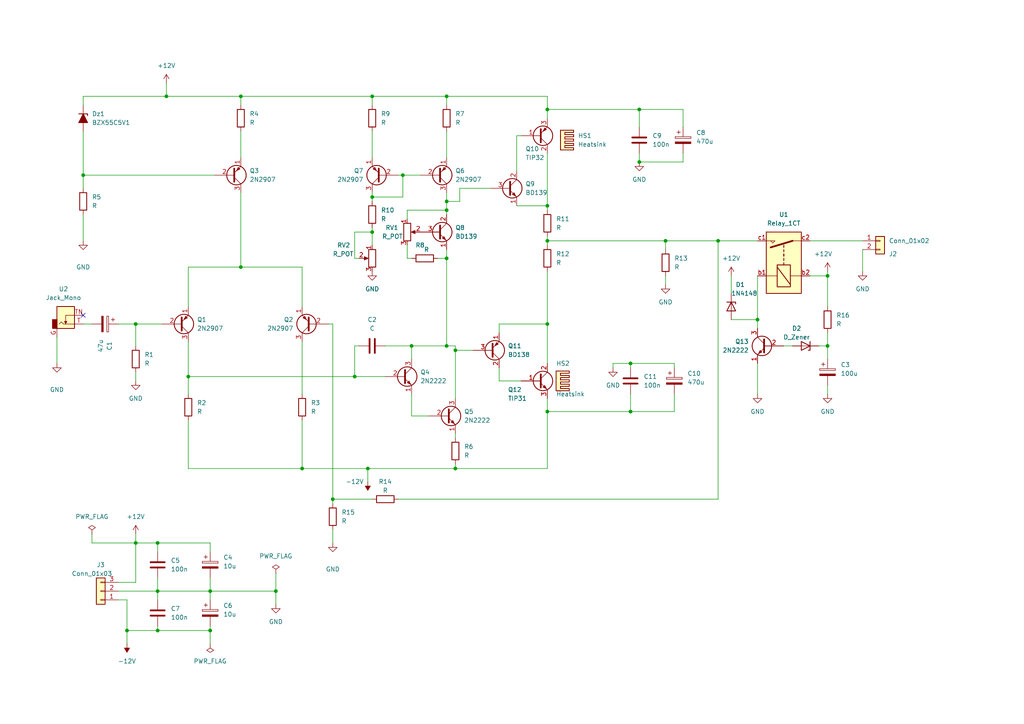
<source format=kicad_sch>
(kicad_sch (version 20211123) (generator eeschema)
  (paper "A4")
  (lib_symbols
    (symbol "CmpAmpliAudioTR:Jack_Mono" (pin_names (offset 1.016))
      (property "Reference" "U" (at 1.27 5.08 0))
      (property "Value" "Jack_Mono" (at 1.27 -8.89 0))
      (symbol "Jack_Mono_0_1"
        (polyline (pts (xy 2.54 0) (xy 0 0) (xy 0 -2.54)))
        (polyline (pts (xy 0 -2.413) (xy 0.381 -1.778) (xy -0.381 -1.778) (xy 0 -2.413)) (fill (type outline)))
        (polyline (pts (xy 2.54 -2.54) (xy -0.635 -2.54) (xy -1.27 -1.905) (xy -1.905 -2.54)))
      )
      (symbol "Jack_Mono_1_1"
        (rectangle (start -2.54 -3.81) (end -3.81 -1.27) (stroke (width 0.254)) (fill (type outline)))
        (rectangle (start 2.54 2.54) (end -2.54 -3.81) (stroke (width 0.254)) (fill (type background)))
        (pin passive line (at -2.54 -6.35 90) (length 2.54) (name "~") (number "G"))
        (pin passive line (at 5.08 -2.54 180) (length 2.54) (name "~") (number "T"))
        (pin passive line (at 5.08 0 180) (length 2.54) (name "~") (number "TN"))
      )
    )
    (symbol "CmpAmpliAudioTR:Relay_1CT" (pin_names (offset 1.016))
      (property "Reference" "U" (at -2.54 10.16 0))
      (property "Value" "Relay_1CT" (at 0 -11.43 0))
      (symbol "Relay_1CT_1_0"
        (polyline (pts (xy 5.08 3.81) (xy 5.08 5.08)))
        (polyline (pts (xy 5.08 3.81) (xy 5.08 2.54) (xy 4.445 3.175) (xy 5.08 3.81)))
      )
      (symbol "Relay_1CT_1_1"
        (rectangle (start -10.16 5.08) (end 7.62 -5.08) (stroke (width 0.254)) (fill (type background)))
        (rectangle (start -8.255 1.905) (end -1.905 -1.905) (stroke (width 0.254)))
        (polyline (pts (xy -7.62 -1.905) (xy -2.54 1.905)) (stroke (width 0.254)))
        (polyline (pts (xy -5.08 -5.08) (xy -5.08 -1.905)))
        (polyline (pts (xy -5.08 5.08) (xy -5.08 1.905)))
        (polyline (pts (xy -1.905 0) (xy -1.27 0)) (stroke (width 0.254)))
        (polyline (pts (xy -0.635 0) (xy 0 0)) (stroke (width 0.254)))
        (polyline (pts (xy 0.635 0) (xy 1.27 0)) (stroke (width 0.254)))
        (polyline (pts (xy 0.635 0) (xy 1.27 0)) (stroke (width 0.254)))
        (polyline (pts (xy 1.905 0) (xy 2.54 0)) (stroke (width 0.254)))
        (polyline (pts (xy 3.175 0) (xy 3.81 0)) (stroke (width 0.254)))
        (polyline (pts (xy 5.08 -2.54) (xy 3.175 3.81)) (stroke (width 0.508)))
        (polyline (pts (xy 5.08 -2.54) (xy 5.08 -5.08)))
        (pin passive line (at -5.08 7.62 270) (length 2.54) (name "~") (number "b1"))
        (pin passive line (at -5.08 -7.62 90) (length 2.54) (name "~") (number "b2"))
        (pin passive line (at 5.08 7.62 270) (length 2.54) (name "~") (number "c1"))
        (pin passive line (at 5.08 -7.62 90) (length 2.54) (name "~") (number "c2"))
      )
    )
    (symbol "Connector_Generic:Conn_01x02" (pin_names (offset 1.016) hide)
      (property "Reference" "J" (at 0 2.54 0))
      (property "Value" "Conn_01x02" (at 0 -5.08 0))
      (symbol "Conn_01x02_1_1"
        (rectangle (start -1.27 -2.413) (end 0 -2.667) (stroke (width 0.1524)))
        (rectangle (start -1.27 0.127) (end 0 -0.127) (stroke (width 0.1524)))
        (rectangle (start -1.27 1.27) (end 1.27 -3.81) (stroke (width 0.254)) (fill (type background)))
        (pin passive line (at -5.08 0 0) (length 3.81) (name "Pin_1") (number "1"))
        (pin passive line (at -5.08 -2.54 0) (length 3.81) (name "Pin_2") (number "2"))
      )
    )
    (symbol "Connector_Generic:Conn_01x03" (pin_names (offset 1.016) hide)
      (property "Reference" "J" (at 0 5.08 0))
      (property "Value" "Conn_01x03" (at 0 -5.08 0))
      (symbol "Conn_01x03_1_1"
        (rectangle (start -1.27 -2.413) (end 0 -2.667) (stroke (width 0.1524)))
        (rectangle (start -1.27 0.127) (end 0 -0.127) (stroke (width 0.1524)))
        (rectangle (start -1.27 2.667) (end 0 2.413) (stroke (width 0.1524)))
        (rectangle (start -1.27 3.81) (end 1.27 -3.81) (stroke (width 0.254)) (fill (type background)))
        (pin passive line (at -5.08 2.54 0) (length 3.81) (name "Pin_1") (number "1"))
        (pin passive line (at -5.08 0 0) (length 3.81) (name "Pin_2") (number "2"))
        (pin passive line (at -5.08 -2.54 0) (length 3.81) (name "Pin_3") (number "3"))
      )
    )
    (symbol "Device:C" (pin_numbers hide) (pin_names (offset 0.254))
      (property "Reference" "C" (at 0.635 2.54 0))
      (property "Value" "C" (at 0.635 -2.54 0))
      (symbol "C_0_1"
        (polyline (pts (xy -2.032 -0.762) (xy 2.032 -0.762)) (stroke (width 0.508)))
        (polyline (pts (xy -2.032 0.762) (xy 2.032 0.762)) (stroke (width 0.508)))
      )
      (symbol "C_1_1"
        (pin passive line (at 0 3.81 270) (length 2.794) (name "~") (number "1"))
        (pin passive line (at 0 -3.81 90) (length 2.794) (name "~") (number "2"))
      )
    )
    (symbol "Device:C_Polarized" (pin_numbers hide) (pin_names (offset 0.254))
      (property "Reference" "C" (at 0.635 2.54 0))
      (property "Value" "C_Polarized" (at 0.635 -2.54 0))
      (symbol "C_Polarized_0_1"
        (rectangle (start -2.286 0.508) (end 2.286 1.016))
        (polyline (pts (xy -1.778 2.286) (xy -0.762 2.286)))
        (polyline (pts (xy -1.27 2.794) (xy -1.27 1.778)))
        (rectangle (start 2.286 -0.508) (end -2.286 -1.016) (fill (type outline)))
      )
      (symbol "C_Polarized_1_1"
        (pin passive line (at 0 3.81 270) (length 2.794) (name "~") (number "1"))
        (pin passive line (at 0 -3.81 90) (length 2.794) (name "~") (number "2"))
      )
    )
    (symbol "Device:D_Zener" (pin_numbers hide) (pin_names (offset 1.016) hide)
      (property "Reference" "D" (at 0 2.54 0))
      (property "Value" "D_Zener" (at 0 -2.54 0))
      (symbol "D_Zener_0_1"
        (polyline (pts (xy 1.27 0) (xy -1.27 0)))
        (polyline (pts (xy -1.27 -1.27) (xy -1.27 1.27) (xy -0.762 1.27)) (stroke (width 0.254)))
        (polyline (pts (xy 1.27 -1.27) (xy 1.27 1.27) (xy -1.27 0) (xy 1.27 -1.27)) (stroke (width 0.254)))
      )
      (symbol "D_Zener_1_1"
        (pin passive line (at -3.81 0 0) (length 2.54) (name "K") (number "1"))
        (pin passive line (at 3.81 0 180) (length 2.54) (name "A") (number "2"))
      )
    )
    (symbol "Device:D_Zener_Filled" (pin_numbers hide) (pin_names (offset 1.016) hide)
      (property "Reference" "D" (at 0 2.54 0))
      (property "Value" "D_Zener_Filled" (at 0 -2.54 0))
      (symbol "D_Zener_Filled_0_1"
        (polyline (pts (xy 1.27 0) (xy -1.27 0)))
        (polyline (pts (xy -1.27 -1.27) (xy -1.27 1.27) (xy -0.762 1.27)) (stroke (width 0.254)))
        (polyline (pts (xy 1.27 -1.27) (xy 1.27 1.27) (xy -1.27 0) (xy 1.27 -1.27)) (stroke (width 0.254)) (fill (type outline)))
      )
      (symbol "D_Zener_Filled_1_1"
        (pin passive line (at -3.81 0 0) (length 2.54) (name "K") (number "1"))
        (pin passive line (at 3.81 0 180) (length 2.54) (name "A") (number "2"))
      )
    )
    (symbol "Device:Q_NPN_BCE" (pin_names (offset 0) hide)
      (property "Reference" "Q" (at 5.08 1.27 0))
      (property "Value" "Q_NPN_BCE" (at 5.08 -1.27 0))
      (symbol "Q_NPN_BCE_0_1"
        (polyline (pts (xy 0.635 0.635) (xy 2.54 2.54)))
        (polyline (pts (xy 0.635 -0.635) (xy 2.54 -2.54) (xy 2.54 -2.54)))
        (polyline (pts (xy 0.635 1.905) (xy 0.635 -1.905) (xy 0.635 -1.905)) (stroke (width 0.508)))
        (polyline (pts (xy 1.27 -1.778) (xy 1.778 -1.27) (xy 2.286 -2.286) (xy 1.27 -1.778) (xy 1.27 -1.778)) (fill (type outline)))
        (circle (center 1.27 0) (radius 2.8194) (stroke (width 0.254)))
      )
      (symbol "Q_NPN_BCE_1_1"
        (pin input line (at -5.08 0 0) (length 5.715) (name "B") (number "1"))
        (pin passive line (at 2.54 5.08 270) (length 2.54) (name "C") (number "2"))
        (pin passive line (at 2.54 -5.08 90) (length 2.54) (name "E") (number "3"))
      )
    )
    (symbol "Device:Q_NPN_EBC" (pin_names (offset 0) hide)
      (property "Reference" "Q" (at 5.08 1.27 0))
      (property "Value" "Q_NPN_EBC" (at 5.08 -1.27 0))
      (symbol "Q_NPN_EBC_0_1"
        (polyline (pts (xy 0.635 0.635) (xy 2.54 2.54)))
        (polyline (pts (xy 0.635 -0.635) (xy 2.54 -2.54) (xy 2.54 -2.54)))
        (polyline (pts (xy 0.635 1.905) (xy 0.635 -1.905) (xy 0.635 -1.905)) (stroke (width 0.508)))
        (polyline (pts (xy 1.27 -1.778) (xy 1.778 -1.27) (xy 2.286 -2.286) (xy 1.27 -1.778) (xy 1.27 -1.778)) (fill (type outline)))
        (circle (center 1.27 0) (radius 2.8194) (stroke (width 0.254)))
      )
      (symbol "Q_NPN_EBC_1_1"
        (pin passive line (at 2.54 -5.08 90) (length 2.54) (name "E") (number "1"))
        (pin passive line (at -5.08 0 0) (length 5.715) (name "B") (number "2"))
        (pin passive line (at 2.54 5.08 270) (length 2.54) (name "C") (number "3"))
      )
    )
    (symbol "Device:Q_NPN_ECB" (pin_names (offset 0) hide)
      (property "Reference" "Q" (at 5.08 1.27 0))
      (property "Value" "Q_NPN_ECB" (at 5.08 -1.27 0))
      (symbol "Q_NPN_ECB_0_1"
        (polyline (pts (xy 0.635 0.635) (xy 2.54 2.54)))
        (polyline (pts (xy 0.635 -0.635) (xy 2.54 -2.54) (xy 2.54 -2.54)))
        (polyline (pts (xy 0.635 1.905) (xy 0.635 -1.905) (xy 0.635 -1.905)) (stroke (width 0.508)))
        (polyline (pts (xy 1.27 -1.778) (xy 1.778 -1.27) (xy 2.286 -2.286) (xy 1.27 -1.778) (xy 1.27 -1.778)) (fill (type outline)))
        (circle (center 1.27 0) (radius 2.8194) (stroke (width 0.254)))
      )
      (symbol "Q_NPN_ECB_1_1"
        (pin passive line (at 2.54 -5.08 90) (length 2.54) (name "E") (number "1"))
        (pin passive line (at 2.54 5.08 270) (length 2.54) (name "C") (number "2"))
        (pin passive line (at -5.08 0 0) (length 5.715) (name "B") (number "3"))
      )
    )
    (symbol "Device:Q_PNP_BCE" (pin_names (offset 0) hide)
      (property "Reference" "Q" (at 5.08 1.27 0))
      (property "Value" "Q_PNP_BCE" (at 5.08 -1.27 0))
      (symbol "Q_PNP_BCE_0_1"
        (polyline (pts (xy 0.635 0.635) (xy 2.54 2.54)))
        (polyline (pts (xy 0.635 -0.635) (xy 2.54 -2.54) (xy 2.54 -2.54)))
        (polyline (pts (xy 0.635 1.905) (xy 0.635 -1.905) (xy 0.635 -1.905)) (stroke (width 0.508)))
        (polyline (pts (xy 2.286 -1.778) (xy 1.778 -2.286) (xy 1.27 -1.27) (xy 2.286 -1.778) (xy 2.286 -1.778)) (fill (type outline)))
        (circle (center 1.27 0) (radius 2.8194) (stroke (width 0.254)))
      )
      (symbol "Q_PNP_BCE_1_1"
        (pin input line (at -5.08 0 0) (length 5.715) (name "B") (number "1"))
        (pin passive line (at 2.54 5.08 270) (length 2.54) (name "C") (number "2"))
        (pin passive line (at 2.54 -5.08 90) (length 2.54) (name "E") (number "3"))
      )
    )
    (symbol "Device:Q_PNP_EBC" (pin_names (offset 0) hide)
      (property "Reference" "Q" (at 5.08 1.27 0))
      (property "Value" "Q_PNP_EBC" (at 5.08 -1.27 0))
      (symbol "Q_PNP_EBC_0_1"
        (polyline (pts (xy 0.635 0.635) (xy 2.54 2.54)))
        (polyline (pts (xy 0.635 -0.635) (xy 2.54 -2.54) (xy 2.54 -2.54)))
        (polyline (pts (xy 0.635 1.905) (xy 0.635 -1.905) (xy 0.635 -1.905)) (stroke (width 0.508)))
        (polyline (pts (xy 2.286 -1.778) (xy 1.778 -2.286) (xy 1.27 -1.27) (xy 2.286 -1.778) (xy 2.286 -1.778)) (fill (type outline)))
        (circle (center 1.27 0) (radius 2.8194) (stroke (width 0.254)))
      )
      (symbol "Q_PNP_EBC_1_1"
        (pin passive line (at 2.54 -5.08 90) (length 2.54) (name "E") (number "1"))
        (pin input line (at -5.08 0 0) (length 5.715) (name "B") (number "2"))
        (pin passive line (at 2.54 5.08 270) (length 2.54) (name "C") (number "3"))
      )
    )
    (symbol "Device:Q_PNP_ECB" (pin_names (offset 0) hide)
      (property "Reference" "Q" (at 5.08 1.27 0))
      (property "Value" "Q_PNP_ECB" (at 5.08 -1.27 0))
      (symbol "Q_PNP_ECB_0_1"
        (polyline (pts (xy 0.635 0.635) (xy 2.54 2.54)))
        (polyline (pts (xy 0.635 -0.635) (xy 2.54 -2.54) (xy 2.54 -2.54)))
        (polyline (pts (xy 0.635 1.905) (xy 0.635 -1.905) (xy 0.635 -1.905)) (stroke (width 0.508)))
        (polyline (pts (xy 2.286 -1.778) (xy 1.778 -2.286) (xy 1.27 -1.27) (xy 2.286 -1.778) (xy 2.286 -1.778)) (fill (type outline)))
        (circle (center 1.27 0) (radius 2.8194) (stroke (width 0.254)))
      )
      (symbol "Q_PNP_ECB_1_1"
        (pin passive line (at 2.54 -5.08 90) (length 2.54) (name "E") (number "1"))
        (pin passive line (at 2.54 5.08 270) (length 2.54) (name "C") (number "2"))
        (pin input line (at -5.08 0 0) (length 5.715) (name "B") (number "3"))
      )
    )
    (symbol "Device:R" (pin_numbers hide) (pin_names (offset 0))
      (property "Reference" "R" (at 2.032 0 90))
      (property "Value" "R" (at 0 0 90))
      (symbol "R_0_1"
        (rectangle (start -1.016 -2.54) (end 1.016 2.54) (stroke (width 0.254)))
      )
      (symbol "R_1_1"
        (pin passive line (at 0 3.81 270) (length 1.27) (name "~") (number "1"))
        (pin passive line (at 0 -3.81 90) (length 1.27) (name "~") (number "2"))
      )
    )
    (symbol "Device:R_Potentiometer" (pin_names (offset 1.016) hide)
      (property "Reference" "RV" (at -4.445 0 90))
      (property "Value" "R_Potentiometer" (at -2.54 0 90))
      (symbol "R_Potentiometer_0_1"
        (polyline (pts (xy 2.54 0) (xy 1.524 0)))
        (polyline (pts (xy 1.143 0) (xy 2.286 0.508) (xy 2.286 -0.508) (xy 1.143 0)) (fill (type outline)))
        (rectangle (start 1.016 2.54) (end -1.016 -2.54) (stroke (width 0.254)))
      )
      (symbol "R_Potentiometer_1_1"
        (pin passive line (at 0 3.81 270) (length 1.27) (name "1") (number "1"))
        (pin passive line (at 3.81 0 180) (length 1.27) (name "2") (number "2"))
        (pin passive line (at 0 -3.81 90) (length 1.27) (name "3") (number "3"))
      )
    )
    (symbol "Mechanical:Heatsink" (pin_names (offset 1.016))
      (property "Reference" "HS" (at 0 5.08 0))
      (property "Value" "Heatsink" (at 0 -1.27 0))
      (symbol "Heatsink_0_1"
        (polyline (pts (xy -0.3302 1.27) (xy -0.9652 1.27) (xy -0.9652 3.81) (xy -1.6002 3.81) (xy -1.6002 1.27) (xy -2.2352 1.27) (xy -2.2352 3.81) (xy -2.8702 3.81) (xy -2.8702 0) (xy -0.9652 0)) (stroke (width 0.254)) (fill (type background)))
        (polyline (pts (xy -0.3302 1.27) (xy -0.3302 3.81) (xy 0.3048 3.81) (xy 0.3048 1.27) (xy 0.9398 1.27) (xy 0.9398 3.81) (xy 1.5748 3.81) (xy 1.5748 1.27) (xy 2.2098 1.27) (xy 2.2098 3.81) (xy 2.8448 3.81) (xy 2.8448 0) (xy -0.9652 0)) (stroke (width 0.254)) (fill (type background)))
      )
    )
    (symbol "power:+12V" (power) (pin_names (offset 0))
      (property "Value" "+12V" (at 0 3.556 0))
      (symbol "+12V_0_1"
        (polyline (pts (xy -0.762 1.27) (xy 0 2.54)))
        (polyline (pts (xy 0 0) (xy 0 2.54)))
        (polyline (pts (xy 0 2.54) (xy 0.762 1.27)))
      )
      (symbol "+12V_1_1"
        (pin power_in line (at 0 0 90) (length 0) hide (name "+12V") (number "1"))
      )
    )
    (symbol "power:-12V" (power) (pin_names (offset 0))
      (property "Value" "-12V" (at 0 3.81 0))
      (symbol "-12V_0_0"
        (pin power_in line (at 0 0 90) (length 0) hide (name "-12V") (number "1"))
      )
      (symbol "-12V_0_1"
        (polyline (pts (xy 0 0) (xy 0 1.27) (xy 0.762 1.27) (xy 0 2.54) (xy -0.762 1.27) (xy 0 1.27)) (fill (type outline)))
      )
    )
    (symbol "power:GND" (power) (pin_names (offset 0))
      (property "Value" "GND" (at 0 -3.81 0))
      (symbol "GND_0_1"
        (polyline (pts (xy 0 0) (xy 0 -1.27) (xy 1.27 -1.27) (xy 0 -2.54) (xy -1.27 -1.27) (xy 0 -1.27)))
      )
      (symbol "GND_1_1"
        (pin power_in line (at 0 0 270) (length 0) hide (name "GND") (number "1"))
      )
    )
    (symbol "power:PWR_FLAG" (power) (pin_numbers hide) (pin_names (offset 0) hide)
      (property "Value" "PWR_FLAG" (at 0 3.81 0))
      (symbol "PWR_FLAG_0_0"
        (pin power_out line (at 0 0 90) (length 0) (name "pwr") (number "1"))
      )
      (symbol "PWR_FLAG_0_1"
        (polyline (pts (xy 0 0) (xy 0 1.27) (xy -1.016 1.905) (xy 0 2.54) (xy 1.016 1.905) (xy 0 1.27)))
      )
    )
  )
  (junction (at 69.85 27.94))
  (junction (at 36.83 182.88))
  (junction (at 185.42 46.99))
  (junction (at 96.52 144.78))
  (junction (at 45.72 182.88))
  (junction (at 54.61 109.22))
  (junction (at 87.63 135.89))
  (junction (at 116.84 50.8))
  (junction (at 129.54 100.33))
  (junction (at 132.08 135.89))
  (junction (at 107.95 57.15))
  (junction (at 102.87 109.22))
  (junction (at 39.37 93.98))
  (junction (at 45.72 171.45))
  (junction (at 107.95 27.94))
  (junction (at 208.28 69.85))
  (junction (at 158.75 31.75))
  (junction (at 129.54 58.42))
  (junction (at 185.42 31.75))
  (junction (at 158.75 119.38))
  (junction (at 129.54 74.93))
  (junction (at 39.37 157.48))
  (junction (at 69.85 77.47))
  (junction (at 182.88 119.38))
  (junction (at 193.04 69.85))
  (junction (at 106.68 135.89))
  (junction (at 60.96 182.88))
  (junction (at 240.03 80.01))
  (junction (at 80.01 171.45))
  (junction (at 240.03 100.33))
  (junction (at 182.88 105.41))
  (junction (at 48.26 27.94))
  (junction (at 129.54 60.96))
  (junction (at 60.96 171.45))
  (junction (at 158.75 93.98))
  (junction (at 45.72 157.48))
  (junction (at 129.54 27.94))
  (junction (at 219.71 92.71))
  (junction (at 24.13 50.8))
  (junction (at 158.75 59.69))
  (junction (at 119.38 100.33))
  (junction (at 132.08 101.6))
  (junction (at 158.75 69.85))
  (junction (at 107.95 67.31))
  (no_connect (at 24.13 91.44))
  (wire (pts (xy 129.54 74.93) (xy 129.54 100.33)))
  (wire (pts (xy 195.58 105.41) (xy 195.58 106.68)))
  (wire (pts (xy 118.11 60.96) (xy 129.54 60.96)))
  (wire (pts (xy 118.11 71.12) (xy 118.11 74.93)))
  (wire (pts (xy 158.75 78.74) (xy 158.75 93.98)))
  (wire (pts (xy 96.52 93.98) (xy 95.25 93.98)))
  (wire (pts (xy 219.71 92.71) (xy 219.71 95.25)))
  (wire (pts (xy 158.75 119.38) (xy 158.75 135.89)))
  (wire (pts (xy 149.86 39.37) (xy 151.13 39.37)))
  (wire (pts (xy 129.54 27.94) (xy 129.54 30.48)))
  (wire (pts (xy 24.13 50.8) (xy 62.23 50.8)))
  (wire (pts (xy 69.85 55.88) (xy 69.85 77.47)))
  (wire (pts (xy 45.72 171.45) (xy 45.72 173.99)))
  (wire (pts (xy 129.54 60.96) (xy 129.54 62.23)))
  (wire (pts (xy 107.95 27.94) (xy 129.54 27.94)))
  (wire (pts (xy 132.08 101.6) (xy 137.16 101.6)))
  (wire (pts (xy 54.61 109.22) (xy 102.87 109.22)))
  (wire (pts (xy 132.08 100.33) (xy 132.08 101.6)))
  (wire (pts (xy 69.85 77.47) (xy 87.63 77.47)))
  (wire (pts (xy 195.58 119.38) (xy 182.88 119.38)))
  (wire (pts (xy 234.95 80.01) (xy 240.03 80.01)))
  (wire (pts (xy 39.37 93.98) (xy 39.37 100.33)))
  (wire (pts (xy 106.68 135.89) (xy 132.08 135.89)))
  (wire (pts (xy 129.54 55.88) (xy 129.54 58.42)))
  (wire (pts (xy 24.13 62.23) (xy 24.13 69.85)))
  (wire (pts (xy 250.19 72.39) (xy 250.19 78.74)))
  (wire (pts (xy 208.28 69.85) (xy 219.71 69.85)))
  (wire (pts (xy 119.38 100.33) (xy 119.38 104.14)))
  (wire (pts (xy 198.12 31.75) (xy 198.12 36.83)))
  (wire (pts (xy 158.75 31.75) (xy 158.75 34.29)))
  (wire (pts (xy 80.01 171.45) (xy 60.96 171.45)))
  (wire (pts (xy 69.85 38.1) (xy 69.85 45.72)))
  (wire (pts (xy 45.72 171.45) (xy 60.96 171.45)))
  (wire (pts (xy 132.08 134.62) (xy 132.08 135.89)))
  (wire (pts (xy 45.72 167.64) (xy 45.72 171.45)))
  (wire (pts (xy 60.96 182.88) (xy 60.96 186.69)))
  (wire (pts (xy 54.61 135.89) (xy 87.63 135.89)))
  (wire (pts (xy 127 74.93) (xy 129.54 74.93)))
  (wire (pts (xy 119.38 114.3) (xy 119.38 120.65)))
  (wire (pts (xy 129.54 38.1) (xy 129.54 45.72)))
  (wire (pts (xy 60.96 157.48) (xy 45.72 157.48)))
  (wire (pts (xy 54.61 121.92) (xy 54.61 135.89)))
  (wire (pts (xy 16.51 97.79) (xy 16.51 105.41)))
  (wire (pts (xy 34.29 173.99) (xy 36.83 173.99)))
  (wire (pts (xy 116.84 57.15) (xy 107.95 57.15)))
  (wire (pts (xy 119.38 100.33) (xy 129.54 100.33)))
  (wire (pts (xy 182.88 105.41) (xy 195.58 105.41)))
  (wire (pts (xy 39.37 157.48) (xy 39.37 168.91)))
  (wire (pts (xy 36.83 182.88) (xy 36.83 186.69)))
  (wire (pts (xy 39.37 154.94) (xy 39.37 157.48)))
  (wire (pts (xy 198.12 44.45) (xy 198.12 46.99)))
  (wire (pts (xy 219.71 105.41) (xy 219.71 114.3)))
  (wire (pts (xy 144.78 110.49) (xy 151.13 110.49)))
  (wire (pts (xy 48.26 24.13) (xy 48.26 27.94)))
  (wire (pts (xy 158.75 115.57) (xy 158.75 119.38)))
  (wire (pts (xy 34.29 93.98) (xy 39.37 93.98)))
  (wire (pts (xy 129.54 27.94) (xy 158.75 27.94)))
  (wire (pts (xy 111.76 100.33) (xy 119.38 100.33)))
  (wire (pts (xy 102.87 109.22) (xy 111.76 109.22)))
  (wire (pts (xy 158.75 135.89) (xy 132.08 135.89)))
  (wire (pts (xy 212.09 80.01) (xy 212.09 85.09)))
  (wire (pts (xy 142.24 54.61) (xy 133.35 54.61)))
  (wire (pts (xy 193.04 69.85) (xy 193.04 72.39)))
  (wire (pts (xy 144.78 106.68) (xy 144.78 110.49)))
  (wire (pts (xy 234.95 69.85) (xy 250.19 69.85)))
  (wire (pts (xy 158.75 68.58) (xy 158.75 69.85)))
  (wire (pts (xy 54.61 99.06) (xy 54.61 109.22)))
  (wire (pts (xy 177.8 105.41) (xy 177.8 106.68)))
  (wire (pts (xy 96.52 153.67) (xy 96.52 157.48)))
  (wire (pts (xy 24.13 93.98) (xy 26.67 93.98)))
  (wire (pts (xy 48.26 27.94) (xy 69.85 27.94)))
  (wire (pts (xy 133.35 58.42) (xy 129.54 58.42)))
  (wire (pts (xy 185.42 31.75) (xy 198.12 31.75)))
  (wire (pts (xy 219.71 80.01) (xy 219.71 92.71)))
  (wire (pts (xy 158.75 59.69) (xy 158.75 60.96)))
  (wire (pts (xy 195.58 114.3) (xy 195.58 119.38)))
  (wire (pts (xy 118.11 74.93) (xy 119.38 74.93)))
  (wire (pts (xy 193.04 69.85) (xy 208.28 69.85)))
  (wire (pts (xy 118.11 63.5) (xy 118.11 60.96)))
  (wire (pts (xy 102.87 100.33) (xy 102.87 109.22)))
  (wire (pts (xy 158.75 31.75) (xy 185.42 31.75)))
  (wire (pts (xy 208.28 69.85) (xy 208.28 144.78)))
  (wire (pts (xy 26.67 154.94) (xy 26.67 157.48)))
  (wire (pts (xy 24.13 38.1) (xy 24.13 50.8)))
  (wire (pts (xy 115.57 50.8) (xy 116.84 50.8)))
  (wire (pts (xy 133.35 54.61) (xy 133.35 58.42)))
  (wire (pts (xy 119.38 120.65) (xy 124.46 120.65)))
  (wire (pts (xy 107.95 55.88) (xy 107.95 57.15)))
  (wire (pts (xy 102.87 67.31) (xy 107.95 67.31)))
  (wire (pts (xy 102.87 74.93) (xy 104.14 74.93)))
  (wire (pts (xy 60.96 171.45) (xy 60.96 173.99)))
  (wire (pts (xy 24.13 50.8) (xy 24.13 54.61)))
  (wire (pts (xy 115.57 144.78) (xy 208.28 144.78)))
  (wire (pts (xy 129.54 74.93) (xy 129.54 72.39)))
  (wire (pts (xy 45.72 181.61) (xy 45.72 182.88)))
  (wire (pts (xy 39.37 107.95) (xy 39.37 110.49)))
  (wire (pts (xy 158.75 93.98) (xy 144.78 93.98)))
  (wire (pts (xy 240.03 111.76) (xy 240.03 114.3)))
  (wire (pts (xy 132.08 101.6) (xy 132.08 115.57)))
  (wire (pts (xy 240.03 78.74) (xy 240.03 80.01)))
  (wire (pts (xy 106.68 135.89) (xy 106.68 139.7)))
  (wire (pts (xy 96.52 146.05) (xy 96.52 144.78)))
  (wire (pts (xy 158.75 93.98) (xy 158.75 105.41)))
  (wire (pts (xy 24.13 27.94) (xy 48.26 27.94)))
  (wire (pts (xy 87.63 135.89) (xy 106.68 135.89)))
  (wire (pts (xy 158.75 59.69) (xy 158.75 44.45)))
  (wire (pts (xy 116.84 50.8) (xy 121.92 50.8)))
  (wire (pts (xy 45.72 160.02) (xy 45.72 157.48)))
  (wire (pts (xy 240.03 80.01) (xy 240.03 88.9)))
  (wire (pts (xy 60.96 181.61) (xy 60.96 182.88)))
  (wire (pts (xy 34.29 171.45) (xy 45.72 171.45)))
  (wire (pts (xy 107.95 66.04) (xy 107.95 67.31)))
  (wire (pts (xy 193.04 80.01) (xy 193.04 82.55)))
  (wire (pts (xy 69.85 27.94) (xy 69.85 30.48)))
  (wire (pts (xy 39.37 93.98) (xy 46.99 93.98)))
  (wire (pts (xy 69.85 27.94) (xy 107.95 27.94)))
  (wire (pts (xy 182.88 106.68) (xy 182.88 105.41)))
  (wire (pts (xy 237.49 100.33) (xy 240.03 100.33)))
  (wire (pts (xy 116.84 50.8) (xy 116.84 57.15)))
  (wire (pts (xy 144.78 93.98) (xy 144.78 96.52)))
  (wire (pts (xy 45.72 182.88) (xy 60.96 182.88)))
  (wire (pts (xy 107.95 38.1) (xy 107.95 45.72)))
  (wire (pts (xy 182.88 119.38) (xy 182.88 114.3)))
  (wire (pts (xy 87.63 77.47) (xy 87.63 88.9)))
  (wire (pts (xy 54.61 77.47) (xy 69.85 77.47)))
  (wire (pts (xy 34.29 168.91) (xy 39.37 168.91)))
  (wire (pts (xy 80.01 166.37) (xy 80.01 171.45)))
  (wire (pts (xy 158.75 31.75) (xy 158.75 27.94)))
  (wire (pts (xy 129.54 58.42) (xy 129.54 60.96)))
  (wire (pts (xy 102.87 100.33) (xy 104.14 100.33)))
  (wire (pts (xy 54.61 77.47) (xy 54.61 88.9)))
  (wire (pts (xy 26.67 157.48) (xy 39.37 157.48)))
  (wire (pts (xy 182.88 105.41) (xy 177.8 105.41)))
  (wire (pts (xy 80.01 171.45) (xy 80.01 175.26)))
  (wire (pts (xy 240.03 96.52) (xy 240.03 100.33)))
  (wire (pts (xy 227.33 100.33) (xy 229.87 100.33)))
  (wire (pts (xy 158.75 119.38) (xy 182.88 119.38)))
  (wire (pts (xy 185.42 44.45) (xy 185.42 46.99)))
  (wire (pts (xy 36.83 182.88) (xy 45.72 182.88)))
  (wire (pts (xy 107.95 57.15) (xy 107.95 58.42)))
  (wire (pts (xy 107.95 67.31) (xy 107.95 71.12)))
  (wire (pts (xy 60.96 160.02) (xy 60.96 157.48)))
  (wire (pts (xy 87.63 121.92) (xy 87.63 135.89)))
  (wire (pts (xy 107.95 27.94) (xy 107.95 30.48)))
  (wire (pts (xy 87.63 99.06) (xy 87.63 114.3)))
  (wire (pts (xy 158.75 69.85) (xy 193.04 69.85)))
  (wire (pts (xy 107.95 144.78) (xy 96.52 144.78)))
  (wire (pts (xy 149.86 49.53) (xy 149.86 39.37)))
  (wire (pts (xy 60.96 167.64) (xy 60.96 171.45)))
  (wire (pts (xy 198.12 46.99) (xy 185.42 46.99)))
  (wire (pts (xy 45.72 157.48) (xy 39.37 157.48)))
  (wire (pts (xy 102.87 67.31) (xy 102.87 74.93)))
  (wire (pts (xy 24.13 30.48) (xy 24.13 27.94)))
  (wire (pts (xy 96.52 144.78) (xy 96.52 93.98)))
  (wire (pts (xy 240.03 100.33) (xy 240.03 104.14)))
  (wire (pts (xy 36.83 173.99) (xy 36.83 182.88)))
  (wire (pts (xy 158.75 69.85) (xy 158.75 71.12)))
  (wire (pts (xy 132.08 125.73) (xy 132.08 127)))
  (wire (pts (xy 185.42 31.75) (xy 185.42 36.83)))
  (wire (pts (xy 54.61 109.22) (xy 54.61 114.3)))
  (wire (pts (xy 129.54 100.33) (xy 132.08 100.33)))
  (wire (pts (xy 212.09 92.71) (xy 219.71 92.71)))
  (wire (pts (xy 149.86 59.69) (xy 158.75 59.69)))
  (symbol (lib_id "Device:R") (at 96.52 149.86 0) (unit 1)
    (property "Reference" "R15" (at 99.06 148.5899 0) (effects (justify left)))
    (property "Value" "R" (at 99.06 151.1299 0) (effects (justify left)))
    (property "Footprint" "Resistor_THT:R_Axial_DIN0207_L6.3mm_D2.5mm_P10.16mm_Horizontal" (effects hide))
  )
  (symbol (lib_id "power:-12V") (at 36.83 186.69 180) (unit 1)
    (property "Reference" "#PWR03" (effects hide))
    (property "Value" "-12V" (at 36.83 191.77 0))
  )
  (symbol (lib_id "power:PWR_FLAG") (at 60.96 186.69 180) (unit 1)
    (property "Reference" "#FLG02" (effects hide))
    (property "Value" "PWR_FLAG" (at 60.96 191.77 0))
  )
  (symbol (lib_id "power:GND") (at 185.42 46.99 0) (unit 1)
    (property "Reference" "#PWR012" (effects hide))
    (property "Value" "GND" (at 185.42 52.07 0))
  )
  (symbol (lib_id "Device:C_Polarized") (at 30.48 93.98 270) (unit 1)
    (property "Reference" "C1" (at 31.75 100.33 0))
    (property "Value" "47u" (at 29.21 100.33 0))
    (property "Footprint" "Capacitor_THT:CP_Radial_D8.0mm_P5.00mm" (effects hide))
  )
  (symbol (lib_id "Device:R") (at 158.75 64.77 0) (unit 1)
    (property "Reference" "R11" (at 161.29 63.5 0) (effects (justify left)))
    (property "Value" "R" (at 161.29 66.04 0) (effects (justify left)))
    (property "Footprint" "Resistor_THT:R_Axial_DIN0516_L15.5mm_D5.0mm_P20.32mm_Horizontal" (effects hide))
  )
  (symbol (lib_id "Device:Q_NPN_EBC") (at 129.54 120.65 0) (unit 1)
    (property "Reference" "Q5" (at 134.62 119.3799 0) (effects (justify left)))
    (property "Value" "2N2222" (at 134.62 121.9199 0) (effects (justify left)))
    (property "Footprint" "Package_TO_SOT_THT:TO-18-3" (effects hide))
  )
  (symbol (lib_id "Mechanical:Heatsink") (at 162.56 40.64 270) (unit 1)
    (property "Reference" "HS1" (at 167.64 39.3572 90) (effects (justify left)))
    (property "Value" "Heatsink" (at 167.64 41.8972 90) (effects (justify left)))
    (property "Footprint" "Heatsink:Heatsink_Fischer_SK104-STC-STIC_35x13mm_2xDrill2.5mm" (effects hide))
  )
  (symbol (lib_id "Device:Q_PNP_EBC") (at 90.17 93.98 180) (unit 1)
    (property "Reference" "Q2" (at 85.09 92.7099 0) (effects (justify left)))
    (property "Value" "2N2907" (at 85.09 95.2499 0) (effects (justify left)))
    (property "Footprint" "Package_TO_SOT_THT:TO-18-3" (effects hide))
  )
  (symbol (lib_id "Device:R") (at 240.03 92.71 0) (unit 1)
    (property "Reference" "R16" (at 242.57 91.44 0) (effects (justify left)))
    (property "Value" "R" (at 242.57 93.98 0) (effects (justify left)))
    (property "Footprint" "Resistor_THT:R_Axial_DIN0207_L6.3mm_D2.5mm_P10.16mm_Horizontal" (effects hide))
  )
  (symbol (lib_id "power:GND") (at 24.13 69.85 0) (unit 1)
    (property "Reference" "#PWR02" (effects hide))
    (property "Value" "GND" (at 24.13 77.47 0))
  )
  (symbol (lib_id "Device:R") (at 54.61 118.11 0) (unit 1)
    (property "Reference" "R2" (at 57.15 116.84 0) (effects (justify left)))
    (property "Value" "R" (at 57.15 119.38 0) (effects (justify left)))
    (property "Footprint" "Resistor_THT:R_Axial_DIN0207_L6.3mm_D2.5mm_P10.16mm_Horizontal" (effects hide))
  )
  (symbol (lib_id "power:GND") (at 39.37 110.49 0) (unit 1)
    (property "Reference" "#PWR04" (effects hide))
    (property "Value" "GND" (at 39.37 115.57 0))
  )
  (symbol (lib_id "power:GND") (at 240.03 114.3 0) (unit 1)
    (property "Reference" "#PWR017" (effects hide))
    (property "Value" "GND" (at 240.03 119.38 0))
  )
  (symbol (lib_id "power:GND") (at 16.51 105.41 0) (unit 1)
    (property "Reference" "#PWR01" (effects hide))
    (property "Value" "GND" (at 16.51 113.03 0))
  )
  (symbol (lib_id "Device:R") (at 123.19 74.93 90) (unit 1)
    (property "Reference" "R8" (at 123.19 71.12 90) (effects (justify left)))
    (property "Value" "R" (at 124.46 72.39 90) (effects (justify left)))
    (property "Footprint" "Resistor_THT:R_Axial_DIN0207_L6.3mm_D2.5mm_P10.16mm_Horizontal" (effects hide))
  )
  (symbol (lib_id "Device:C") (at 185.42 40.64 0) (unit 1)
    (property "Reference" "C9" (at 189.23 39.3699 0) (effects (justify left)))
    (property "Value" "100n" (at 189.23 41.9099 0) (effects (justify left)))
    (property "Footprint" "Capacitor_THT:C_Rect_L7.2mm_W3.5mm_P5.00mm_FKS2_FKP2_MKS2_MKP2" (effects hide))
  )
  (symbol (lib_id "power:+12V") (at 212.09 80.01 0) (unit 1)
    (property "Reference" "#PWR014" (effects hide))
    (property "Value" "+12V" (at 212.09 74.93 0))
  )
  (symbol (lib_id "power:PWR_FLAG") (at 80.01 166.37 0) (unit 1)
    (property "Reference" "#FLG03" (effects hide))
    (property "Value" "PWR_FLAG" (at 80.01 161.29 0))
  )
  (symbol (lib_id "power:GND") (at 177.8 106.68 0) (unit 1)
    (property "Reference" "#PWR011" (effects hide))
    (property "Value" "GND" (at 177.8 111.76 0))
  )
  (symbol (lib_id "power:-12V") (at 106.68 139.7 180) (unit 1)
    (property "Reference" "#PWR09" (effects hide))
    (property "Value" "-12V" (at 102.87 139.7 0))
  )
  (symbol (lib_id "Device:R") (at 107.95 62.23 0) (unit 1)
    (property "Reference" "R10" (at 110.49 60.96 0) (effects (justify left)))
    (property "Value" "R" (at 110.49 63.5 0) (effects (justify left)))
    (property "Footprint" "Resistor_THT:R_Axial_DIN0207_L6.3mm_D2.5mm_P10.16mm_Horizontal" (effects hide))
  )
  (symbol (lib_id "Device:R_Potentiometer") (at 118.11 67.31 0) (unit 1)
    (property "Reference" "RV1" (at 115.57 66.0399 0) (effects (justify right)))
    (property "Value" "R_POT" (at 116.84 68.58 0) (effects (justify right)))
    (property "Footprint" "CmpAmpliAudioTR:Potentiometer_Bourns_3296W_Vertical" (effects hide))
  )
  (symbol (lib_id "Device:R") (at 39.37 104.14 0) (unit 1)
    (property "Reference" "R1" (at 41.91 102.87 0) (effects (justify left)))
    (property "Value" "R" (at 41.91 105.41 0) (effects (justify left)))
    (property "Footprint" "Resistor_THT:R_Axial_DIN0207_L6.3mm_D2.5mm_P10.16mm_Horizontal" (effects hide))
  )
  (symbol (lib_id "Device:C_Polarized") (at 198.12 40.64 0) (unit 1)
    (property "Reference" "C8" (at 201.93 38.4809 0) (effects (justify left)))
    (property "Value" "470u" (at 201.93 41.0209 0) (effects (justify left)))
    (property "Footprint" "Capacitor_THT:CP_Radial_D12.5mm_P5.00mm" (effects hide))
  )
  (symbol (lib_id "Connector_Generic:Conn_01x02") (at 255.27 69.85 0) (unit 1)
    (property "Reference" "J2" (at 257.81 73.66 0) (effects (justify left)))
    (property "Value" "Conn_01x02" (at 257.81 69.85 0) (effects (justify left)))
    (property "Footprint" "Connector_Phoenix_MSTB:PhoenixContact_MSTBVA_2,5_2-G-5,08_1x02_P5.08mm_Vertical" (effects hide))
  )
  (symbol (lib_id "Device:C") (at 107.95 100.33 90) (unit 1)
    (property "Reference" "C2" (at 107.95 92.71 90))
    (property "Value" "C" (at 107.95 95.25 90))
    (property "Footprint" "Capacitor_THT:C_Rect_L7.2mm_W3.5mm_P5.00mm_FKS2_FKP2_MKS2_MKP2" (effects hide))
  )
  (symbol (lib_id "Device:R") (at 107.95 34.29 0) (unit 1)
    (property "Reference" "R9" (at 110.49 33.02 0) (effects (justify left)))
    (property "Value" "R" (at 110.49 35.56 0) (effects (justify left)))
    (property "Footprint" "Resistor_THT:R_Axial_DIN0207_L6.3mm_D2.5mm_P10.16mm_Horizontal" (effects hide))
  )
  (symbol (lib_id "Device:R") (at 24.13 58.42 0) (unit 1)
    (property "Reference" "R5" (at 26.67 57.15 0) (effects (justify left)))
    (property "Value" "R" (at 26.67 59.69 0) (effects (justify left)))
    (property "Footprint" "Resistor_THT:R_Axial_DIN0207_L6.3mm_D2.5mm_P10.16mm_Horizontal" (effects hide))
  )
  (symbol (lib_id "power:GND") (at 250.19 78.74 0) (unit 1)
    (property "Reference" "#PWR018" (effects hide))
    (property "Value" "GND" (at 250.19 83.82 0))
  )
  (symbol (lib_id "Device:C") (at 182.88 110.49 0) (unit 1)
    (property "Reference" "C11" (at 186.69 109.2199 0) (effects (justify left)))
    (property "Value" "100n" (at 186.69 111.7599 0) (effects (justify left)))
    (property "Footprint" "Capacitor_THT:C_Rect_L7.2mm_W3.5mm_P5.00mm_FKS2_FKP2_MKS2_MKP2" (effects hide))
  )
  (symbol (lib_id "Device:C_Polarized") (at 60.96 177.8 0) (unit 1)
    (property "Reference" "C6" (at 64.77 175.6409 0) (effects (justify left)))
    (property "Value" "10u" (at 64.77 178.1809 0) (effects (justify left)))
    (property "Footprint" "Capacitor_THT:CP_Radial_D8.0mm_P5.00mm" (effects hide))
  )
  (symbol (lib_id "Device:C") (at 45.72 163.83 0) (unit 1)
    (property "Reference" "C5" (at 49.53 162.5599 0) (effects (justify left)))
    (property "Value" "100n" (at 49.53 165.0999 0) (effects (justify left)))
    (property "Footprint" "Capacitor_THT:C_Rect_L7.2mm_W3.5mm_P5.00mm_FKS2_FKP2_MKS2_MKP2" (effects hide))
  )
  (symbol (lib_id "Device:Q_PNP_EBC") (at 67.31 50.8 0) (mirror x) (unit 1)
    (property "Reference" "Q3" (at 72.39 49.5299 0) (effects (justify left)))
    (property "Value" "2N2907" (at 72.39 52.0699 0) (effects (justify left)))
    (property "Footprint" "Package_TO_SOT_THT:TO-18-3" (effects hide))
  )
  (symbol (lib_id "Device:R") (at 129.54 34.29 0) (unit 1)
    (property "Reference" "R7" (at 132.08 33.02 0) (effects (justify left)))
    (property "Value" "R" (at 132.08 35.56 0) (effects (justify left)))
    (property "Footprint" "Resistor_THT:R_Axial_DIN0207_L6.3mm_D2.5mm_P10.16mm_Horizontal" (effects hide))
  )
  (symbol (lib_id "Device:C_Polarized") (at 240.03 107.95 0) (unit 1)
    (property "Reference" "C3" (at 243.84 105.7909 0) (effects (justify left)))
    (property "Value" "100u" (at 243.84 108.3309 0) (effects (justify left)))
    (property "Footprint" "Capacitor_THT:CP_Radial_D8.0mm_P5.00mm" (effects hide))
  )
  (symbol (lib_id "power:GND") (at 193.04 82.55 0) (unit 1)
    (property "Reference" "#PWR013" (effects hide))
    (property "Value" "GND" (at 193.04 87.63 0))
  )
  (symbol (lib_id "power:+12V") (at 48.26 24.13 0) (unit 1)
    (property "Reference" "#PWR06" (effects hide))
    (property "Value" "+12V" (at 48.26 19.05 0))
  )
  (symbol (lib_id "Device:C_Polarized") (at 60.96 163.83 0) (unit 1)
    (property "Reference" "C4" (at 64.77 161.6709 0) (effects (justify left)))
    (property "Value" "10u" (at 64.77 164.2109 0) (effects (justify left)))
    (property "Footprint" "Capacitor_THT:CP_Radial_D8.0mm_P5.00mm" (effects hide))
  )
  (symbol (lib_id "Device:D_Zener_Filled") (at 24.13 34.29 270) (unit 1)
    (property "Reference" "Dz1" (at 26.67 33.0199 90) (effects (justify left)))
    (property "Value" "BZX55C5V1" (at 26.67 35.56 90) (effects (justify left)))
    (property "Footprint" "Diode_THT:D_DO-35_SOD27_P10.16mm_Horizontal" (effects hide))
  )
  (symbol (lib_id "power:+12V") (at 240.03 78.74 0) (unit 1)
    (property "Reference" "#PWR016" (effects hide))
    (property "Value" "+12V" (at 238.76 73.66 0))
  )
  (symbol (lib_id "Device:C") (at 45.72 177.8 0) (unit 1)
    (property "Reference" "C7" (at 49.53 176.5299 0) (effects (justify left)))
    (property "Value" "100n" (at 49.53 179.0699 0) (effects (justify left)))
    (property "Footprint" "Capacitor_THT:C_Rect_L7.2mm_W3.5mm_P5.00mm_FKS2_FKP2_MKS2_MKP2" (effects hide))
  )
  (symbol (lib_id "Device:R") (at 132.08 130.81 0) (unit 1)
    (property "Reference" "R6" (at 134.62 129.5399 0) (effects (justify left)))
    (property "Value" "R" (at 134.62 132.0799 0) (effects (justify left)))
    (property "Footprint" "Resistor_THT:R_Axial_DIN0207_L6.3mm_D2.5mm_P10.16mm_Horizontal" (effects hide))
  )
  (symbol (lib_id "Device:R") (at 158.75 74.93 0) (unit 1)
    (property "Reference" "R12" (at 161.29 73.66 0) (effects (justify left)))
    (property "Value" "R" (at 161.29 76.2 0) (effects (justify left)))
    (property "Footprint" "Resistor_THT:R_Axial_DIN0516_L15.5mm_D5.0mm_P20.32mm_Horizontal" (effects hide))
  )
  (symbol (lib_id "Connector_Generic:Conn_01x03") (at 29.21 171.45 180) (unit 1)
    (property "Reference" "J3" (at 29.21 163.83 0))
    (property "Value" "Conn_01x03" (at 26.67 166.37 0))
    (property "Footprint" "Connector_Phoenix_MSTB:PhoenixContact_MSTBVA_2,5_3-G-5,08_1x03_P5.08mm_Vertical" (effects hide))
  )
  (symbol (lib_id "power:PWR_FLAG") (at 26.67 154.94 0) (unit 1)
    (property "Reference" "#FLG01" (effects hide))
    (property "Value" "PWR_FLAG" (at 26.67 149.86 0))
  )
  (symbol (lib_id "Device:Q_NPN_ECB") (at 127 67.31 0) (unit 1)
    (property "Reference" "Q8" (at 132.08 66.0399 0) (effects (justify left)))
    (property "Value" "BD139" (at 132.08 68.5799 0) (effects (justify left)))
  )
  (symbol (lib_id "Device:Q_NPN_EBC") (at 222.25 100.33 0) (mirror y) (unit 1)
    (property "Reference" "Q13" (at 217.17 99.0599 0) (effects (justify left)))
    (property "Value" "2N2222" (at 217.17 101.5999 0) (effects (justify left)))
    (property "Footprint" "Package_TO_SOT_THT:TO-18-3" (effects hide))
  )
  (symbol (lib_id "Device:R_Potentiometer") (at 107.95 74.93 0) (mirror y) (unit 1)
    (property "Reference" "RV2" (at 97.79 71.12 0) (effects (justify right)))
    (property "Value" "R_POT" (at 96.52 73.66 0) (effects (justify right)))
    (property "Footprint" "CmpAmpliAudioTR:Potentiometer_Bourns_3296W_Vertical" (effects hide))
  )
  (symbol (lib_id "Device:R") (at 69.85 34.29 0) (unit 1)
    (property "Reference" "R4" (at 72.39 33.02 0) (effects (justify left)))
    (property "Value" "R" (at 72.39 35.56 0) (effects (justify left)))
    (property "Footprint" "Resistor_THT:R_Axial_DIN0207_L6.3mm_D2.5mm_P10.16mm_Horizontal" (effects hide))
  )
  (symbol (lib_id "Device:Q_PNP_EBC") (at 52.07 93.98 0) (mirror x) (unit 1)
    (property "Reference" "Q1" (at 57.15 92.7099 0) (effects (justify left)))
    (property "Value" "2N2907" (at 57.15 95.2499 0) (effects (justify left)))
    (property "Footprint" "Package_TO_SOT_THT:TO-18-3" (effects hide))
  )
  (symbol (lib_id "Device:R") (at 193.04 76.2 0) (unit 1)
    (property "Reference" "R13" (at 195.58 74.93 0) (effects (justify left)))
    (property "Value" "R" (at 195.58 77.47 0) (effects (justify left)))
    (property "Footprint" "Resistor_THT:R_Axial_DIN0207_L6.3mm_D2.5mm_P10.16mm_Horizontal" (effects hide))
  )
  (symbol (lib_id "Device:Q_NPN_EBC") (at 116.84 109.22 0) (unit 1)
    (property "Reference" "Q4" (at 121.92 107.9499 0) (effects (justify left)))
    (property "Value" "2N2222" (at 121.92 110.4899 0) (effects (justify left)))
    (property "Footprint" "Package_TO_SOT_THT:TO-18-3" (effects hide))
  )
  (symbol (lib_id "Device:R") (at 87.63 118.11 0) (unit 1)
    (property "Reference" "R3" (at 90.17 116.84 0) (effects (justify left)))
    (property "Value" "R" (at 90.17 119.38 0) (effects (justify left)))
    (property "Footprint" "Resistor_THT:R_Axial_DIN0207_L6.3mm_D2.5mm_P10.16mm_Horizontal" (effects hide))
  )
  (symbol (lib_id "Device:Q_NPN_BCE") (at 156.21 110.49 0) (unit 1)
    (property "Reference" "Q12" (at 147.32 113.03 0) (effects (justify left)))
    (property "Value" "TIP31" (at 147.32 115.57 0) (effects (justify left)))
    (property "Footprint" "Package_TO_SOT_THT:TO-220-3_Vertical" (effects hide))
  )
  (symbol (lib_id "CmpAmpliAudioTR:Relay_1CT") (at 227.33 74.93 90) (unit 1)
    (property "Reference" "U1" (at 227.33 62.23 90))
    (property "Value" "Relay_1CT" (at 227.33 64.77 90))
    (property "Footprint" "CmpAmpliAudioTR:Relais_112LMH2" (effects hide))
  )
  (symbol (lib_id "Device:Q_PNP_ECB") (at 142.24 101.6 0) (mirror x) (unit 1)
    (property "Reference" "Q11" (at 147.32 100.3299 0) (effects (justify left)))
    (property "Value" "BD138" (at 147.32 102.8699 0) (effects (justify left)))
    (property "Footprint" "Package_TO_SOT_THT:TO-126-3_Vertical" (effects hide))
  )
  (symbol (lib_id "Device:C_Polarized") (at 195.58 110.49 0) (unit 1)
    (property "Reference" "C10" (at 199.39 108.3309 0) (effects (justify left)))
    (property "Value" "470u" (at 199.39 110.8709 0) (effects (justify left)))
    (property "Footprint" "Capacitor_THT:CP_Radial_D12.5mm_P5.00mm" (effects hide))
  )
  (symbol (lib_id "Device:Q_PNP_EBC") (at 110.49 50.8 180) (unit 1)
    (property "Reference" "Q7" (at 105.41 49.5299 0) (effects (justify left)))
    (property "Value" "2N2907" (at 105.41 52.0699 0) (effects (justify left)))
    (property "Footprint" "Package_TO_SOT_THT:TO-18-3" (effects hide))
  )
  (symbol (lib_id "Device:D_Zener") (at 212.09 88.9 270) (unit 1)
    (property "Reference" "D1" (at 213.36 82.55 90) (effects (justify left)))
    (property "Value" "1N4148" (at 212.09 85.09 90) (effects (justify left)))
    (property "Footprint" "Diode_THT:D_DO-35_SOD27_P10.16mm_Horizontal" (effects hide))
  )
  (symbol (lib_id "power:GND") (at 80.01 175.26 0) (unit 1)
    (property "Reference" "#PWR07" (effects hide))
    (property "Value" "GND" (at 80.01 180.34 0))
  )
  (symbol (lib_id "Device:D_Zener") (at 233.68 100.33 180) (unit 1)
    (property "Reference" "D2" (at 232.41 95.25 0) (effects (justify left)))
    (property "Value" "D_Zener" (at 234.95 97.79 0) (effects (justify left)))
    (property "Footprint" "Diode_THT:D_DO-35_SOD27_P10.16mm_Horizontal" (effects hide))
  )
  (symbol (lib_id "Device:R") (at 111.76 144.78 90) (unit 1)
    (property "Reference" "R14" (at 111.76 139.7 90))
    (property "Value" "R" (at 111.76 142.24 90))
    (property "Footprint" "Resistor_THT:R_Axial_DIN0207_L6.3mm_D2.5mm_P10.16mm_Horizontal" (effects hide))
  )
  (symbol (lib_id "power:GND") (at 107.95 78.74 0) (unit 1)
    (property "Reference" "#PWR010" (effects hide))
    (property "Value" "GND" (at 107.95 83.82 0))
  )
  (symbol (lib_id "Device:Q_PNP_EBC") (at 127 50.8 0) (mirror x) (unit 1)
    (property "Reference" "Q6" (at 132.08 49.5299 0) (effects (justify left)))
    (property "Value" "2N2907" (at 132.08 52.0699 0) (effects (justify left)))
    (property "Footprint" "Package_TO_SOT_THT:TO-18-3" (effects hide))
  )
  (symbol (lib_id "Device:Q_NPN_ECB") (at 147.32 54.61 0) (unit 1)
    (property "Reference" "Q9" (at 152.4 53.3399 0) (effects (justify left)))
    (property "Value" "BD139" (at 152.4 55.8799 0) (effects (justify left)))
    (property "Footprint" "Package_TO_SOT_THT:TO-126-3_Vertical" (effects hide))
  )
  (symbol (lib_id "power:+12V") (at 39.37 154.94 0) (unit 1)
    (property "Reference" "#PWR05" (effects hide))
    (property "Value" "+12V" (at 39.37 149.86 0))
  )
  (symbol (lib_id "power:GND") (at 96.52 157.48 0) (unit 1)
    (property "Reference" "#PWR08" (effects hide))
    (property "Value" "GND" (at 96.52 165.1 0))
  )
  (symbol (lib_id "CmpAmpliAudioTR:Jack_Mono") (at 19.05 91.44 0) (unit 1)
    (property "Reference" "U2" (at 18.415 83.82 0))
    (property "Value" "Jack_Mono" (at 18.415 86.36 0))
    (property "Footprint" "CmpAmpliAudioTR:Jack_35RAPC2AV" (effects hide))
  )
  (symbol (lib_id "Device:Q_PNP_BCE") (at 156.21 39.37 0) (mirror x) (unit 1)
    (property "Reference" "Q10" (at 152.4 43.18 0) (effects (justify left)))
    (property "Value" "TIP32" (at 152.4 45.72 0) (effects (justify left)))
    (property "Footprint" "Package_TO_SOT_THT:TO-220-3_Vertical" (effects hide))
  )
  (symbol (lib_id "power:GND") (at 219.71 114.3 0) (unit 1)
    (property "Reference" "#PWR015" (effects hide))
    (property "Value" "GND" (at 219.71 119.38 0))
  )
  (symbol (lib_id "Mechanical:Heatsink") (at 161.29 110.49 270) (unit 1)
    (property "Reference" "HS2" (at 161.29 105.41 90) (effects (justify left)))
    (property "Value" "Heatsink" (at 161.29 114.3 90) (effects (justify left)))
    (property "Footprint" "Heatsink:Heatsink_Fischer_SK104-STC-STIC_35x13mm_2xDrill2.5mm" (effects hide))
  )
)
</source>
